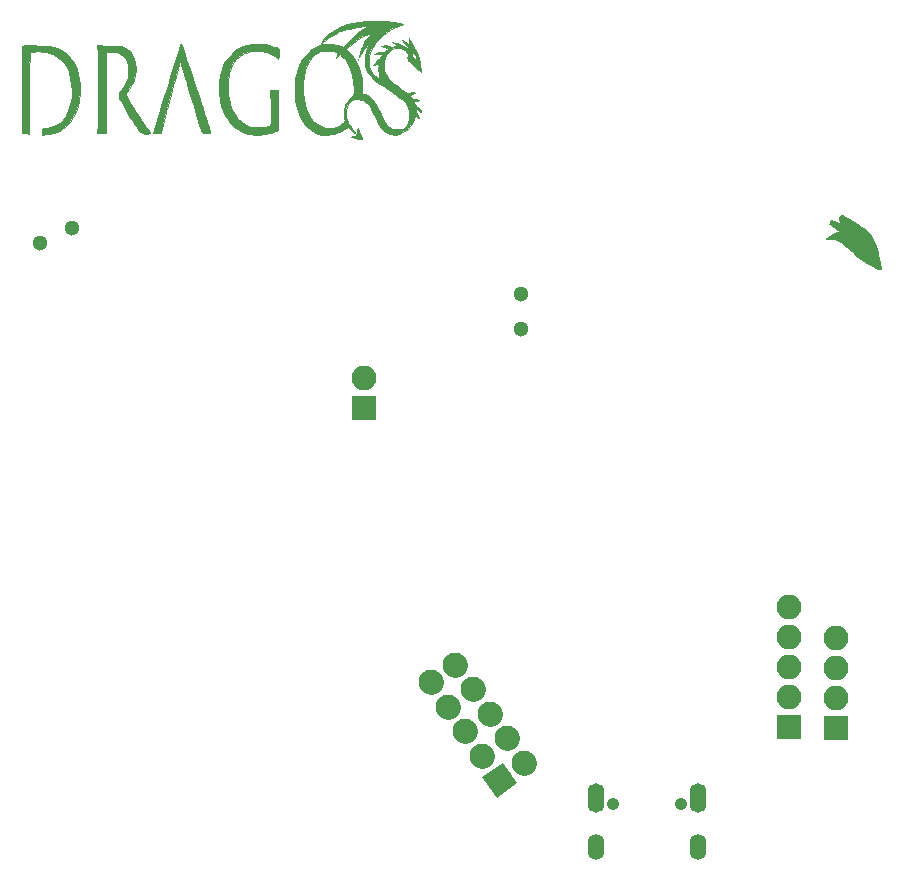
<source format=gbr>
G04 #@! TF.GenerationSoftware,KiCad,Pcbnew,5.1.2*
G04 #@! TF.CreationDate,2019-08-23T11:00:22-05:00*
G04 #@! TF.ProjectId,dragos,64726167-6f73-42e6-9b69-6361645f7063,rev?*
G04 #@! TF.SameCoordinates,Original*
G04 #@! TF.FileFunction,Soldermask,Top*
G04 #@! TF.FilePolarity,Negative*
%FSLAX46Y46*%
G04 Gerber Fmt 4.6, Leading zero omitted, Abs format (unit mm)*
G04 Created by KiCad (PCBNEW 5.1.2) date 2019-08-23 11:00:22*
%MOMM*%
%LPD*%
G04 APERTURE LIST*
%ADD10C,0.010000*%
%ADD11R,2.100000X2.100000*%
%ADD12O,2.100000X2.100000*%
%ADD13C,2.100000*%
%ADD14C,0.100000*%
%ADD15C,2.100000*%
%ADD16O,1.400000X2.500000*%
%ADD17O,1.400000X2.200000*%
%ADD18C,1.050000*%
%ADD19C,1.300000*%
G04 APERTURE END LIST*
D10*
G36*
X178033358Y-80150063D02*
G01*
X178120003Y-80191700D01*
X178251037Y-80266816D01*
X178438156Y-80380374D01*
X178515055Y-80427652D01*
X178874670Y-80649968D01*
X179170545Y-80835416D01*
X179411724Y-80990381D01*
X179607249Y-81121248D01*
X179766165Y-81234404D01*
X179897516Y-81336232D01*
X180010346Y-81433119D01*
X180113698Y-81531449D01*
X180192023Y-81611652D01*
X180498327Y-81988569D01*
X180738557Y-82403183D01*
X180871507Y-82735833D01*
X180900631Y-82841432D01*
X180942344Y-83014090D01*
X180993033Y-83237766D01*
X181049086Y-83496418D01*
X181106891Y-83774004D01*
X181121718Y-83847083D01*
X181181455Y-84147161D01*
X181224365Y-84374039D01*
X181251679Y-84537236D01*
X181264630Y-84646271D01*
X181264451Y-84710662D01*
X181252373Y-84739929D01*
X181237916Y-84744622D01*
X181178124Y-84726525D01*
X181057885Y-84677480D01*
X180892592Y-84604181D01*
X180697635Y-84513323D01*
X180615988Y-84474140D01*
X180263526Y-84297767D01*
X179968979Y-84134642D01*
X179710531Y-83969538D01*
X179466363Y-83787225D01*
X179214658Y-83572475D01*
X178933598Y-83310058D01*
X178895137Y-83272973D01*
X178522622Y-82928010D01*
X178186937Y-82650069D01*
X177880979Y-82433795D01*
X177597648Y-82273833D01*
X177525497Y-82240221D01*
X177392076Y-82190569D01*
X177253587Y-82164288D01*
X177078290Y-82156686D01*
X176971250Y-82158308D01*
X176811328Y-82160262D01*
X176689916Y-82157414D01*
X176626722Y-82150392D01*
X176622000Y-82147180D01*
X176653885Y-82115003D01*
X176739395Y-82045633D01*
X176863313Y-81951162D01*
X176937701Y-81896263D01*
X177192837Y-81730152D01*
X177428281Y-81622489D01*
X177529181Y-81591060D01*
X177664134Y-81549478D01*
X177755951Y-81511358D01*
X177785350Y-81484754D01*
X177785047Y-81484189D01*
X177743009Y-81450507D01*
X177643592Y-81383013D01*
X177501894Y-81291666D01*
X177341734Y-81191779D01*
X177176169Y-81088057D01*
X177040943Y-80999573D01*
X176950270Y-80935893D01*
X176918334Y-80906875D01*
X176938612Y-80858258D01*
X176988972Y-80768313D01*
X177005470Y-80741171D01*
X177092606Y-80600182D01*
X177312386Y-80687855D01*
X177495458Y-80759447D01*
X177655520Y-80819413D01*
X177776425Y-80861945D01*
X177842025Y-80881238D01*
X177849209Y-80880872D01*
X177837779Y-80839119D01*
X177809009Y-80741675D01*
X177785709Y-80664355D01*
X177734937Y-80464346D01*
X177725974Y-80333729D01*
X177758941Y-80268205D01*
X177797150Y-80258334D01*
X177877398Y-80225341D01*
X177922788Y-80176422D01*
X177946447Y-80147386D01*
X177979404Y-80136946D01*
X178033358Y-80150063D01*
X178033358Y-80150063D01*
G37*
X178033358Y-80150063D02*
X178120003Y-80191700D01*
X178251037Y-80266816D01*
X178438156Y-80380374D01*
X178515055Y-80427652D01*
X178874670Y-80649968D01*
X179170545Y-80835416D01*
X179411724Y-80990381D01*
X179607249Y-81121248D01*
X179766165Y-81234404D01*
X179897516Y-81336232D01*
X180010346Y-81433119D01*
X180113698Y-81531449D01*
X180192023Y-81611652D01*
X180498327Y-81988569D01*
X180738557Y-82403183D01*
X180871507Y-82735833D01*
X180900631Y-82841432D01*
X180942344Y-83014090D01*
X180993033Y-83237766D01*
X181049086Y-83496418D01*
X181106891Y-83774004D01*
X181121718Y-83847083D01*
X181181455Y-84147161D01*
X181224365Y-84374039D01*
X181251679Y-84537236D01*
X181264630Y-84646271D01*
X181264451Y-84710662D01*
X181252373Y-84739929D01*
X181237916Y-84744622D01*
X181178124Y-84726525D01*
X181057885Y-84677480D01*
X180892592Y-84604181D01*
X180697635Y-84513323D01*
X180615988Y-84474140D01*
X180263526Y-84297767D01*
X179968979Y-84134642D01*
X179710531Y-83969538D01*
X179466363Y-83787225D01*
X179214658Y-83572475D01*
X178933598Y-83310058D01*
X178895137Y-83272973D01*
X178522622Y-82928010D01*
X178186937Y-82650069D01*
X177880979Y-82433795D01*
X177597648Y-82273833D01*
X177525497Y-82240221D01*
X177392076Y-82190569D01*
X177253587Y-82164288D01*
X177078290Y-82156686D01*
X176971250Y-82158308D01*
X176811328Y-82160262D01*
X176689916Y-82157414D01*
X176626722Y-82150392D01*
X176622000Y-82147180D01*
X176653885Y-82115003D01*
X176739395Y-82045633D01*
X176863313Y-81951162D01*
X176937701Y-81896263D01*
X177192837Y-81730152D01*
X177428281Y-81622489D01*
X177529181Y-81591060D01*
X177664134Y-81549478D01*
X177755951Y-81511358D01*
X177785350Y-81484754D01*
X177785047Y-81484189D01*
X177743009Y-81450507D01*
X177643592Y-81383013D01*
X177501894Y-81291666D01*
X177341734Y-81191779D01*
X177176169Y-81088057D01*
X177040943Y-80999573D01*
X176950270Y-80935893D01*
X176918334Y-80906875D01*
X176938612Y-80858258D01*
X176988972Y-80768313D01*
X177005470Y-80741171D01*
X177092606Y-80600182D01*
X177312386Y-80687855D01*
X177495458Y-80759447D01*
X177655520Y-80819413D01*
X177776425Y-80861945D01*
X177842025Y-80881238D01*
X177849209Y-80880872D01*
X177837779Y-80839119D01*
X177809009Y-80741675D01*
X177785709Y-80664355D01*
X177734937Y-80464346D01*
X177725974Y-80333729D01*
X177758941Y-80268205D01*
X177797150Y-80258334D01*
X177877398Y-80225341D01*
X177922788Y-80176422D01*
X177946447Y-80147386D01*
X177979404Y-80136946D01*
X178033358Y-80150063D01*
G36*
X139070288Y-63680236D02*
G01*
X139135834Y-63684097D01*
X139323487Y-63703562D01*
X139564372Y-63735919D01*
X139835276Y-63777294D01*
X140112991Y-63823813D01*
X140374307Y-63871603D01*
X140596014Y-63916790D01*
X140744500Y-63952581D01*
X140803513Y-63971919D01*
X140812834Y-63989452D01*
X140762838Y-64011256D01*
X140643904Y-64043408D01*
X140572686Y-64061063D01*
X140213433Y-64184263D01*
X139839136Y-64375867D01*
X139463725Y-64624726D01*
X139101129Y-64919692D01*
X138765279Y-65249613D01*
X138470103Y-65603341D01*
X138265552Y-65907741D01*
X138108010Y-66195742D01*
X138002709Y-66454099D01*
X137941074Y-66712067D01*
X137914524Y-66998904D01*
X137911912Y-67113834D01*
X137912795Y-67321001D01*
X137922645Y-67470223D01*
X137945759Y-67588093D01*
X137986437Y-67701203D01*
X138018281Y-67771932D01*
X138104526Y-67932044D01*
X138205739Y-68086958D01*
X138263807Y-68160923D01*
X138355817Y-68251984D01*
X138476909Y-68354268D01*
X138605949Y-68452046D01*
X138721799Y-68529593D01*
X138803324Y-68571180D01*
X138819390Y-68574334D01*
X138825434Y-68537611D01*
X138810639Y-68442928D01*
X138788919Y-68352084D01*
X138755380Y-68155647D01*
X138740802Y-67899997D01*
X138742203Y-67717042D01*
X138744208Y-67515759D01*
X138736630Y-67376979D01*
X138720139Y-67309991D01*
X138712500Y-67305222D01*
X138651105Y-67322167D01*
X138544864Y-67363875D01*
X138490250Y-67387860D01*
X138385362Y-67428148D01*
X138320521Y-67438951D01*
X138310334Y-67430737D01*
X138340453Y-67366908D01*
X138419077Y-67268728D01*
X138528602Y-67154745D01*
X138651427Y-67043507D01*
X138750817Y-66966584D01*
X138880797Y-66851856D01*
X138996303Y-66711337D01*
X139024263Y-66666511D01*
X139124359Y-66487552D01*
X138960763Y-66508485D01*
X138815494Y-66515759D01*
X138645106Y-66509147D01*
X138585500Y-66503118D01*
X138373834Y-66476820D01*
X138582458Y-66403743D01*
X138757614Y-66358980D01*
X138950330Y-66333166D01*
X139015591Y-66330667D01*
X139171582Y-66320228D01*
X139295018Y-66278724D01*
X139428763Y-66193084D01*
X139533175Y-66112869D01*
X139602823Y-66051587D01*
X139620047Y-66029161D01*
X139584277Y-66007236D01*
X139491143Y-65983039D01*
X139442750Y-65974401D01*
X139250150Y-65938006D01*
X139102175Y-65898269D01*
X139010644Y-65859382D01*
X138987375Y-65825540D01*
X138996742Y-65816162D01*
X139087164Y-65790684D01*
X139231924Y-65781771D01*
X139402543Y-65788372D01*
X139570546Y-65809433D01*
X139702842Y-65842249D01*
X139833772Y-65877360D01*
X139962552Y-65880508D01*
X140114408Y-65856752D01*
X140350487Y-65809341D01*
X140102993Y-65666755D01*
X139855500Y-65524170D01*
X140088334Y-65550122D01*
X140205786Y-65568385D01*
X140323625Y-65600353D01*
X140459441Y-65652965D01*
X140630827Y-65733162D01*
X140855373Y-65847882D01*
X140892667Y-65867414D01*
X141026836Y-65927813D01*
X141156528Y-65971435D01*
X141167834Y-65974174D01*
X141294834Y-66003164D01*
X141164634Y-65859999D01*
X141043761Y-65721188D01*
X140932760Y-65583380D01*
X140843270Y-65462299D01*
X140786933Y-65373671D01*
X140774970Y-65333586D01*
X140819997Y-65342552D01*
X140905813Y-65395231D01*
X141012636Y-65476180D01*
X141120683Y-65569956D01*
X141210171Y-65661114D01*
X141236989Y-65694262D01*
X141304903Y-65777413D01*
X141352946Y-65820845D01*
X141358804Y-65822667D01*
X141365556Y-65784344D01*
X141359118Y-65682860D01*
X141340951Y-65538444D01*
X141335878Y-65505167D01*
X141313401Y-65354280D01*
X141298986Y-65242249D01*
X141295185Y-65189362D01*
X141295939Y-65187667D01*
X141319646Y-65222180D01*
X141379562Y-65318115D01*
X141468717Y-65464066D01*
X141580142Y-65648624D01*
X141702360Y-65852825D01*
X142098912Y-66517982D01*
X142230242Y-67290956D01*
X142361571Y-68063931D01*
X141858890Y-67593704D01*
X141687993Y-67432915D01*
X141539114Y-67291089D01*
X141423209Y-67178804D01*
X141351237Y-67106639D01*
X141333179Y-67086214D01*
X141287333Y-67064787D01*
X141278402Y-67068574D01*
X141261537Y-67047120D01*
X141264276Y-66968271D01*
X141264965Y-66963431D01*
X141267177Y-66872873D01*
X141230180Y-66840319D01*
X141208410Y-66838667D01*
X141158296Y-66832720D01*
X141169558Y-66800459D01*
X141203606Y-66761250D01*
X141268643Y-66648813D01*
X141261438Y-66536807D01*
X141543466Y-66536807D01*
X141566171Y-66561134D01*
X141595302Y-66611460D01*
X141589690Y-66629389D01*
X141603972Y-66674836D01*
X141661159Y-66753684D01*
X141742081Y-66845526D01*
X141827567Y-66929950D01*
X141898447Y-66986549D01*
X141934405Y-66996373D01*
X141941867Y-66944251D01*
X141931822Y-66844336D01*
X141928097Y-66823132D01*
X141877181Y-66686007D01*
X141794006Y-66566228D01*
X141792595Y-66564807D01*
X141708913Y-66487185D01*
X141653324Y-66462876D01*
X141596903Y-66482602D01*
X141576064Y-66495357D01*
X141543466Y-66536807D01*
X141261438Y-66536807D01*
X141260903Y-66528501D01*
X141178089Y-66392127D01*
X141067592Y-66276494D01*
X140829482Y-66104543D01*
X140574387Y-66009521D01*
X140313012Y-65988343D01*
X140056065Y-66037928D01*
X139814252Y-66155193D01*
X139598280Y-66337056D01*
X139418855Y-66580434D01*
X139323537Y-66778604D01*
X139276350Y-66913846D01*
X139246329Y-67048057D01*
X139229825Y-67207124D01*
X139223189Y-67416934D01*
X139222572Y-67494834D01*
X139223574Y-67708616D01*
X139231469Y-67862330D01*
X139250231Y-67980524D01*
X139283830Y-68087746D01*
X139336238Y-68208543D01*
X139339013Y-68214500D01*
X139437468Y-68393879D01*
X139566013Y-68566648D01*
X139734947Y-68743128D01*
X139954567Y-68933641D01*
X140235172Y-69148505D01*
X140363500Y-69241230D01*
X140559815Y-69382839D01*
X140745761Y-69519759D01*
X140903419Y-69638606D01*
X141014869Y-69725996D01*
X141035792Y-69743377D01*
X141136191Y-69824305D01*
X141202677Y-69856384D01*
X141264131Y-69847557D01*
X141319440Y-69821388D01*
X141416953Y-69788357D01*
X141542286Y-69767498D01*
X141669142Y-69760060D01*
X141771225Y-69767294D01*
X141822237Y-69790450D01*
X141824000Y-69797404D01*
X141787643Y-69835752D01*
X141697226Y-69883623D01*
X141580730Y-69929621D01*
X141466136Y-69962348D01*
X141396976Y-69971334D01*
X141353422Y-69978048D01*
X141351975Y-70008109D01*
X141397794Y-70076393D01*
X141460522Y-70154621D01*
X141556270Y-70261933D01*
X141629949Y-70313147D01*
X141705978Y-70322924D01*
X141735331Y-70319618D01*
X141842734Y-70319637D01*
X141966715Y-70340802D01*
X142078834Y-70375304D01*
X142150651Y-70415338D01*
X142162667Y-70436920D01*
X142125415Y-70473764D01*
X142033505Y-70499353D01*
X141916706Y-70508792D01*
X141804789Y-70497187D01*
X141801306Y-70496334D01*
X141720425Y-70482664D01*
X141701365Y-70506557D01*
X141711387Y-70540430D01*
X141745710Y-70644409D01*
X141762664Y-70705716D01*
X141812184Y-70782812D01*
X141908543Y-70865707D01*
X141947889Y-70890615D01*
X142033762Y-70956219D01*
X142132484Y-71054822D01*
X142228935Y-71167582D01*
X142307993Y-71275656D01*
X142354540Y-71360202D01*
X142356712Y-71400066D01*
X142305339Y-71397029D01*
X142212282Y-71348544D01*
X142097775Y-71266909D01*
X142003917Y-71185616D01*
X141866334Y-71055391D01*
X141866334Y-71184678D01*
X141885775Y-71285799D01*
X141936923Y-71430126D01*
X142009016Y-71587616D01*
X142014500Y-71598225D01*
X142106190Y-71785892D01*
X142153044Y-71909708D01*
X142155096Y-71967725D01*
X142112382Y-71957993D01*
X142024938Y-71878562D01*
X142009684Y-71862366D01*
X141923267Y-71774076D01*
X141863130Y-71721411D01*
X141846679Y-71714199D01*
X141829283Y-71759199D01*
X141797015Y-71861163D01*
X141767002Y-71962981D01*
X141642939Y-72265355D01*
X141453046Y-72563809D01*
X141214600Y-72838254D01*
X140944879Y-73068602D01*
X140681000Y-73225695D01*
X140531999Y-73286276D01*
X140388165Y-73319741D01*
X140213430Y-73332931D01*
X140109500Y-73334069D01*
X139777889Y-73302939D01*
X139482938Y-73207609D01*
X139219320Y-73043995D01*
X138981706Y-72808008D01*
X138764768Y-72495562D01*
X138595389Y-72172667D01*
X138490239Y-71948411D01*
X138377425Y-71707640D01*
X138273768Y-71486256D01*
X138223362Y-71378519D01*
X138069925Y-71074036D01*
X137925439Y-70840335D01*
X137781199Y-70665393D01*
X137628505Y-70537184D01*
X137601678Y-70519550D01*
X137325791Y-70385442D01*
X137048999Y-70325392D01*
X136782474Y-70335870D01*
X136537391Y-70413347D01*
X136324922Y-70554293D01*
X136156241Y-70755179D01*
X136042668Y-71011978D01*
X135998137Y-71229753D01*
X135986272Y-71479767D01*
X135990588Y-71607240D01*
X136003425Y-71781497D01*
X136026417Y-71920997D01*
X136068005Y-72055207D01*
X136136633Y-72213593D01*
X136203947Y-72351941D01*
X136297072Y-72520622D01*
X136412056Y-72701126D01*
X136537678Y-72878912D01*
X136662720Y-73039438D01*
X136775963Y-73168166D01*
X136866188Y-73250553D01*
X136914865Y-73273334D01*
X136936181Y-73234865D01*
X136954471Y-73134893D01*
X136964230Y-73019711D01*
X136976834Y-72766088D01*
X137195801Y-73252544D01*
X137286625Y-73458770D01*
X137343006Y-73599580D01*
X137368148Y-73685395D01*
X137365253Y-73726636D01*
X137343967Y-73734486D01*
X137274488Y-73724278D01*
X137143214Y-73700314D01*
X136971145Y-73666548D01*
X136837866Y-73639236D01*
X136402566Y-73548500D01*
X136626200Y-73462346D01*
X136744488Y-73411755D01*
X136819378Y-73369914D01*
X136834525Y-73350573D01*
X136800298Y-73311696D01*
X136719281Y-73225984D01*
X136604229Y-73106793D01*
X136490666Y-72990619D01*
X136162115Y-72656283D01*
X136019141Y-72776557D01*
X135857910Y-72889405D01*
X135642805Y-73008801D01*
X135402172Y-73121090D01*
X135164359Y-73212617D01*
X135029500Y-73253276D01*
X134871255Y-73285312D01*
X134663503Y-73315104D01*
X134441367Y-73337949D01*
X134347841Y-73344603D01*
X134129185Y-73354194D01*
X133963763Y-73350723D01*
X133820772Y-73331435D01*
X133669410Y-73293578D01*
X133623093Y-73279810D01*
X133255390Y-73124639D01*
X132914692Y-72893707D01*
X132604854Y-72592693D01*
X132329733Y-72227276D01*
X132093186Y-71803135D01*
X131899068Y-71325952D01*
X131751237Y-70801403D01*
X131678393Y-70415834D01*
X131648976Y-70140358D01*
X131634131Y-69812006D01*
X131633243Y-69455859D01*
X131636030Y-69375532D01*
X132321581Y-69375532D01*
X132341597Y-69783835D01*
X132412963Y-70353484D01*
X132522517Y-70855280D01*
X132672968Y-71298244D01*
X132867024Y-71691400D01*
X132958565Y-71838398D01*
X133224078Y-72177157D01*
X133520925Y-72444485D01*
X133843001Y-72638099D01*
X134184201Y-72755718D01*
X134538420Y-72795058D01*
X134899553Y-72753839D01*
X135175293Y-72667063D01*
X135361656Y-72578438D01*
X135547063Y-72467762D01*
X135708481Y-72350729D01*
X135822878Y-72243033D01*
X135849200Y-72207868D01*
X135871935Y-72116984D01*
X135863677Y-71959731D01*
X135851688Y-71876114D01*
X135831651Y-71558784D01*
X135862477Y-71217269D01*
X135938944Y-70887866D01*
X136025965Y-70664644D01*
X136119524Y-70505212D01*
X136241806Y-70342771D01*
X136374442Y-70197858D01*
X136499065Y-70091012D01*
X136577773Y-70047681D01*
X136602930Y-70023413D01*
X136619962Y-69962431D01*
X136630041Y-69852521D01*
X136634337Y-69681469D01*
X136634191Y-69459577D01*
X136599119Y-68862333D01*
X136503727Y-68308441D01*
X136349784Y-67802988D01*
X136139059Y-67351061D01*
X135873322Y-66957747D01*
X135695069Y-66758873D01*
X135468100Y-66530912D01*
X135294734Y-66695373D01*
X135121367Y-66859834D01*
X135351979Y-66455262D01*
X135106073Y-66340048D01*
X134986381Y-66287926D01*
X134878615Y-66254298D01*
X134758357Y-66235209D01*
X134601187Y-66226707D01*
X134394500Y-66224834D01*
X134179511Y-66226910D01*
X134024686Y-66235790D01*
X133905573Y-66255444D01*
X133797715Y-66289848D01*
X133681587Y-66340661D01*
X133384195Y-66525294D01*
X133116798Y-66782015D01*
X132882596Y-67102599D01*
X132684792Y-67478819D01*
X132526587Y-67902449D01*
X132411182Y-68365262D01*
X132341780Y-68859032D01*
X132321581Y-69375532D01*
X131636030Y-69375532D01*
X131645694Y-69097000D01*
X131670868Y-68760510D01*
X131708146Y-68471471D01*
X131728903Y-68362667D01*
X131807672Y-68061911D01*
X131913620Y-67743054D01*
X132035555Y-67435665D01*
X132162287Y-67169308D01*
X132217853Y-67070789D01*
X132428165Y-66761978D01*
X132669022Y-66475631D01*
X132927044Y-66224019D01*
X132956612Y-66200911D01*
X135823046Y-66200911D01*
X135828837Y-66203667D01*
X135867469Y-66173865D01*
X135876167Y-66161334D01*
X135886954Y-66121756D01*
X135881164Y-66119000D01*
X135842531Y-66148802D01*
X135833834Y-66161334D01*
X135823046Y-66200911D01*
X132956612Y-66200911D01*
X133113426Y-66078358D01*
X135961066Y-66078358D01*
X136158921Y-66247480D01*
X136413548Y-66506293D01*
X136655855Y-66830448D01*
X136874569Y-67200627D01*
X137058420Y-67597512D01*
X137196137Y-68001783D01*
X137207800Y-68045167D01*
X137263864Y-68311319D01*
X137309172Y-68626228D01*
X137340876Y-68958693D01*
X137356125Y-69277513D01*
X137352073Y-69551488D01*
X137349124Y-69593025D01*
X137326342Y-69870883D01*
X137558928Y-69922934D01*
X137774782Y-69988690D01*
X137966468Y-70088485D01*
X138141848Y-70230898D01*
X138308785Y-70424509D01*
X138475145Y-70677900D01*
X138648789Y-70999649D01*
X138763661Y-71237452D01*
X138916638Y-71563432D01*
X139040056Y-71822443D01*
X139139488Y-72024548D01*
X139220509Y-72179812D01*
X139288692Y-72298298D01*
X139349611Y-72390069D01*
X139408840Y-72465191D01*
X139471952Y-72533726D01*
X139493893Y-72555925D01*
X139640748Y-72681528D01*
X139796871Y-72781951D01*
X139878935Y-72819192D01*
X140057490Y-72860653D01*
X140277823Y-72881357D01*
X140506020Y-72880811D01*
X140708170Y-72858522D01*
X140808000Y-72832696D01*
X140988393Y-72724575D01*
X141138011Y-72547184D01*
X141251920Y-72311878D01*
X141325189Y-72030014D01*
X141352883Y-71712947D01*
X141350362Y-71584161D01*
X141318296Y-71301686D01*
X141246541Y-71047537D01*
X141127966Y-70811644D01*
X140955438Y-70583936D01*
X140721824Y-70354344D01*
X140419992Y-70112797D01*
X140194167Y-69951719D01*
X140000814Y-69817060D01*
X139806717Y-69679562D01*
X139637277Y-69557336D01*
X139538000Y-69483822D01*
X139386661Y-69377741D01*
X139196395Y-69255997D01*
X139003559Y-69141672D01*
X138966500Y-69120966D01*
X138662757Y-68921848D01*
X138367360Y-68670210D01*
X138097065Y-68384357D01*
X137868626Y-68082590D01*
X137698799Y-67783213D01*
X137661183Y-67695060D01*
X137616035Y-67507724D01*
X137596873Y-67260065D01*
X137601846Y-66971718D01*
X137629104Y-66662320D01*
X137676795Y-66351507D01*
X137743070Y-66058915D01*
X137826078Y-65804181D01*
X137843327Y-65762292D01*
X137884916Y-65652201D01*
X137900649Y-65582059D01*
X137894955Y-65568667D01*
X137858660Y-65602475D01*
X137787754Y-65694483D01*
X137691644Y-65830570D01*
X137579738Y-65996612D01*
X137461446Y-66178488D01*
X137346174Y-66362073D01*
X137243333Y-66533246D01*
X137189909Y-66627000D01*
X137117045Y-66751366D01*
X137075707Y-66803380D01*
X137065827Y-66781635D01*
X137087339Y-66684721D01*
X137140173Y-66511227D01*
X137178701Y-66394167D01*
X137285189Y-66109024D01*
X137414124Y-65816386D01*
X137557246Y-65530873D01*
X137706294Y-65267103D01*
X137853008Y-65039696D01*
X137989127Y-64863271D01*
X138106313Y-64752501D01*
X138174781Y-64697191D01*
X138175061Y-64676195D01*
X138115196Y-64686987D01*
X138003232Y-64727042D01*
X137847212Y-64793835D01*
X137655180Y-64884841D01*
X137604703Y-64909967D01*
X137396004Y-65024872D01*
X137149344Y-65176516D01*
X136884340Y-65351300D01*
X136620610Y-65535625D01*
X136377771Y-65715891D01*
X136175438Y-65878500D01*
X136066783Y-65976110D01*
X135961066Y-66078358D01*
X133113426Y-66078358D01*
X133188851Y-66019413D01*
X133441065Y-65874084D01*
X133580616Y-65820917D01*
X133679351Y-65783924D01*
X133759265Y-65728554D01*
X133761052Y-65726510D01*
X133846698Y-65726510D01*
X133886500Y-65718131D01*
X133963863Y-65702062D01*
X134102843Y-65685706D01*
X134280432Y-65671471D01*
X134394500Y-65665017D01*
X134819208Y-65670905D01*
X135202295Y-65734401D01*
X135556086Y-65854464D01*
X135744004Y-65934434D01*
X136093548Y-65550467D01*
X136258303Y-65374331D01*
X136431659Y-65197005D01*
X136590410Y-65041840D01*
X136688796Y-64951543D01*
X136943827Y-64738554D01*
X137197558Y-64545079D01*
X137431720Y-64384282D01*
X137628045Y-64269325D01*
X137652551Y-64257116D01*
X137770292Y-64193663D01*
X137850303Y-64138673D01*
X137882373Y-64101750D01*
X137856293Y-64092499D01*
X137818218Y-64101263D01*
X137751418Y-64115188D01*
X137616463Y-64139041D01*
X137428935Y-64170217D01*
X137204413Y-64206111D01*
X137019167Y-64234861D01*
X136623718Y-64297045D01*
X136298504Y-64353073D01*
X136029735Y-64407174D01*
X135803618Y-64463577D01*
X135606362Y-64526512D01*
X135424176Y-64600208D01*
X135243268Y-64688897D01*
X135049846Y-64796807D01*
X134903448Y-64883738D01*
X134563345Y-65100492D01*
X134270122Y-65311177D01*
X134036156Y-65506531D01*
X133928834Y-65613111D01*
X133858586Y-65694690D01*
X133846698Y-65726510D01*
X133761052Y-65726510D01*
X133839526Y-65636764D01*
X133939303Y-65490514D01*
X133951058Y-65472252D01*
X134246655Y-65088204D01*
X134611668Y-64744507D01*
X135039108Y-64445038D01*
X135521983Y-64193674D01*
X136053303Y-63994291D01*
X136626079Y-63850766D01*
X136976834Y-63794344D01*
X137257253Y-63762821D01*
X137575814Y-63734741D01*
X137913361Y-63711083D01*
X138250738Y-63692825D01*
X138568788Y-63680946D01*
X138848357Y-63676424D01*
X139070288Y-63680236D01*
X139070288Y-63680236D01*
G37*
X139070288Y-63680236D02*
X139135834Y-63684097D01*
X139323487Y-63703562D01*
X139564372Y-63735919D01*
X139835276Y-63777294D01*
X140112991Y-63823813D01*
X140374307Y-63871603D01*
X140596014Y-63916790D01*
X140744500Y-63952581D01*
X140803513Y-63971919D01*
X140812834Y-63989452D01*
X140762838Y-64011256D01*
X140643904Y-64043408D01*
X140572686Y-64061063D01*
X140213433Y-64184263D01*
X139839136Y-64375867D01*
X139463725Y-64624726D01*
X139101129Y-64919692D01*
X138765279Y-65249613D01*
X138470103Y-65603341D01*
X138265552Y-65907741D01*
X138108010Y-66195742D01*
X138002709Y-66454099D01*
X137941074Y-66712067D01*
X137914524Y-66998904D01*
X137911912Y-67113834D01*
X137912795Y-67321001D01*
X137922645Y-67470223D01*
X137945759Y-67588093D01*
X137986437Y-67701203D01*
X138018281Y-67771932D01*
X138104526Y-67932044D01*
X138205739Y-68086958D01*
X138263807Y-68160923D01*
X138355817Y-68251984D01*
X138476909Y-68354268D01*
X138605949Y-68452046D01*
X138721799Y-68529593D01*
X138803324Y-68571180D01*
X138819390Y-68574334D01*
X138825434Y-68537611D01*
X138810639Y-68442928D01*
X138788919Y-68352084D01*
X138755380Y-68155647D01*
X138740802Y-67899997D01*
X138742203Y-67717042D01*
X138744208Y-67515759D01*
X138736630Y-67376979D01*
X138720139Y-67309991D01*
X138712500Y-67305222D01*
X138651105Y-67322167D01*
X138544864Y-67363875D01*
X138490250Y-67387860D01*
X138385362Y-67428148D01*
X138320521Y-67438951D01*
X138310334Y-67430737D01*
X138340453Y-67366908D01*
X138419077Y-67268728D01*
X138528602Y-67154745D01*
X138651427Y-67043507D01*
X138750817Y-66966584D01*
X138880797Y-66851856D01*
X138996303Y-66711337D01*
X139024263Y-66666511D01*
X139124359Y-66487552D01*
X138960763Y-66508485D01*
X138815494Y-66515759D01*
X138645106Y-66509147D01*
X138585500Y-66503118D01*
X138373834Y-66476820D01*
X138582458Y-66403743D01*
X138757614Y-66358980D01*
X138950330Y-66333166D01*
X139015591Y-66330667D01*
X139171582Y-66320228D01*
X139295018Y-66278724D01*
X139428763Y-66193084D01*
X139533175Y-66112869D01*
X139602823Y-66051587D01*
X139620047Y-66029161D01*
X139584277Y-66007236D01*
X139491143Y-65983039D01*
X139442750Y-65974401D01*
X139250150Y-65938006D01*
X139102175Y-65898269D01*
X139010644Y-65859382D01*
X138987375Y-65825540D01*
X138996742Y-65816162D01*
X139087164Y-65790684D01*
X139231924Y-65781771D01*
X139402543Y-65788372D01*
X139570546Y-65809433D01*
X139702842Y-65842249D01*
X139833772Y-65877360D01*
X139962552Y-65880508D01*
X140114408Y-65856752D01*
X140350487Y-65809341D01*
X140102993Y-65666755D01*
X139855500Y-65524170D01*
X140088334Y-65550122D01*
X140205786Y-65568385D01*
X140323625Y-65600353D01*
X140459441Y-65652965D01*
X140630827Y-65733162D01*
X140855373Y-65847882D01*
X140892667Y-65867414D01*
X141026836Y-65927813D01*
X141156528Y-65971435D01*
X141167834Y-65974174D01*
X141294834Y-66003164D01*
X141164634Y-65859999D01*
X141043761Y-65721188D01*
X140932760Y-65583380D01*
X140843270Y-65462299D01*
X140786933Y-65373671D01*
X140774970Y-65333586D01*
X140819997Y-65342552D01*
X140905813Y-65395231D01*
X141012636Y-65476180D01*
X141120683Y-65569956D01*
X141210171Y-65661114D01*
X141236989Y-65694262D01*
X141304903Y-65777413D01*
X141352946Y-65820845D01*
X141358804Y-65822667D01*
X141365556Y-65784344D01*
X141359118Y-65682860D01*
X141340951Y-65538444D01*
X141335878Y-65505167D01*
X141313401Y-65354280D01*
X141298986Y-65242249D01*
X141295185Y-65189362D01*
X141295939Y-65187667D01*
X141319646Y-65222180D01*
X141379562Y-65318115D01*
X141468717Y-65464066D01*
X141580142Y-65648624D01*
X141702360Y-65852825D01*
X142098912Y-66517982D01*
X142230242Y-67290956D01*
X142361571Y-68063931D01*
X141858890Y-67593704D01*
X141687993Y-67432915D01*
X141539114Y-67291089D01*
X141423209Y-67178804D01*
X141351237Y-67106639D01*
X141333179Y-67086214D01*
X141287333Y-67064787D01*
X141278402Y-67068574D01*
X141261537Y-67047120D01*
X141264276Y-66968271D01*
X141264965Y-66963431D01*
X141267177Y-66872873D01*
X141230180Y-66840319D01*
X141208410Y-66838667D01*
X141158296Y-66832720D01*
X141169558Y-66800459D01*
X141203606Y-66761250D01*
X141268643Y-66648813D01*
X141261438Y-66536807D01*
X141543466Y-66536807D01*
X141566171Y-66561134D01*
X141595302Y-66611460D01*
X141589690Y-66629389D01*
X141603972Y-66674836D01*
X141661159Y-66753684D01*
X141742081Y-66845526D01*
X141827567Y-66929950D01*
X141898447Y-66986549D01*
X141934405Y-66996373D01*
X141941867Y-66944251D01*
X141931822Y-66844336D01*
X141928097Y-66823132D01*
X141877181Y-66686007D01*
X141794006Y-66566228D01*
X141792595Y-66564807D01*
X141708913Y-66487185D01*
X141653324Y-66462876D01*
X141596903Y-66482602D01*
X141576064Y-66495357D01*
X141543466Y-66536807D01*
X141261438Y-66536807D01*
X141260903Y-66528501D01*
X141178089Y-66392127D01*
X141067592Y-66276494D01*
X140829482Y-66104543D01*
X140574387Y-66009521D01*
X140313012Y-65988343D01*
X140056065Y-66037928D01*
X139814252Y-66155193D01*
X139598280Y-66337056D01*
X139418855Y-66580434D01*
X139323537Y-66778604D01*
X139276350Y-66913846D01*
X139246329Y-67048057D01*
X139229825Y-67207124D01*
X139223189Y-67416934D01*
X139222572Y-67494834D01*
X139223574Y-67708616D01*
X139231469Y-67862330D01*
X139250231Y-67980524D01*
X139283830Y-68087746D01*
X139336238Y-68208543D01*
X139339013Y-68214500D01*
X139437468Y-68393879D01*
X139566013Y-68566648D01*
X139734947Y-68743128D01*
X139954567Y-68933641D01*
X140235172Y-69148505D01*
X140363500Y-69241230D01*
X140559815Y-69382839D01*
X140745761Y-69519759D01*
X140903419Y-69638606D01*
X141014869Y-69725996D01*
X141035792Y-69743377D01*
X141136191Y-69824305D01*
X141202677Y-69856384D01*
X141264131Y-69847557D01*
X141319440Y-69821388D01*
X141416953Y-69788357D01*
X141542286Y-69767498D01*
X141669142Y-69760060D01*
X141771225Y-69767294D01*
X141822237Y-69790450D01*
X141824000Y-69797404D01*
X141787643Y-69835752D01*
X141697226Y-69883623D01*
X141580730Y-69929621D01*
X141466136Y-69962348D01*
X141396976Y-69971334D01*
X141353422Y-69978048D01*
X141351975Y-70008109D01*
X141397794Y-70076393D01*
X141460522Y-70154621D01*
X141556270Y-70261933D01*
X141629949Y-70313147D01*
X141705978Y-70322924D01*
X141735331Y-70319618D01*
X141842734Y-70319637D01*
X141966715Y-70340802D01*
X142078834Y-70375304D01*
X142150651Y-70415338D01*
X142162667Y-70436920D01*
X142125415Y-70473764D01*
X142033505Y-70499353D01*
X141916706Y-70508792D01*
X141804789Y-70497187D01*
X141801306Y-70496334D01*
X141720425Y-70482664D01*
X141701365Y-70506557D01*
X141711387Y-70540430D01*
X141745710Y-70644409D01*
X141762664Y-70705716D01*
X141812184Y-70782812D01*
X141908543Y-70865707D01*
X141947889Y-70890615D01*
X142033762Y-70956219D01*
X142132484Y-71054822D01*
X142228935Y-71167582D01*
X142307993Y-71275656D01*
X142354540Y-71360202D01*
X142356712Y-71400066D01*
X142305339Y-71397029D01*
X142212282Y-71348544D01*
X142097775Y-71266909D01*
X142003917Y-71185616D01*
X141866334Y-71055391D01*
X141866334Y-71184678D01*
X141885775Y-71285799D01*
X141936923Y-71430126D01*
X142009016Y-71587616D01*
X142014500Y-71598225D01*
X142106190Y-71785892D01*
X142153044Y-71909708D01*
X142155096Y-71967725D01*
X142112382Y-71957993D01*
X142024938Y-71878562D01*
X142009684Y-71862366D01*
X141923267Y-71774076D01*
X141863130Y-71721411D01*
X141846679Y-71714199D01*
X141829283Y-71759199D01*
X141797015Y-71861163D01*
X141767002Y-71962981D01*
X141642939Y-72265355D01*
X141453046Y-72563809D01*
X141214600Y-72838254D01*
X140944879Y-73068602D01*
X140681000Y-73225695D01*
X140531999Y-73286276D01*
X140388165Y-73319741D01*
X140213430Y-73332931D01*
X140109500Y-73334069D01*
X139777889Y-73302939D01*
X139482938Y-73207609D01*
X139219320Y-73043995D01*
X138981706Y-72808008D01*
X138764768Y-72495562D01*
X138595389Y-72172667D01*
X138490239Y-71948411D01*
X138377425Y-71707640D01*
X138273768Y-71486256D01*
X138223362Y-71378519D01*
X138069925Y-71074036D01*
X137925439Y-70840335D01*
X137781199Y-70665393D01*
X137628505Y-70537184D01*
X137601678Y-70519550D01*
X137325791Y-70385442D01*
X137048999Y-70325392D01*
X136782474Y-70335870D01*
X136537391Y-70413347D01*
X136324922Y-70554293D01*
X136156241Y-70755179D01*
X136042668Y-71011978D01*
X135998137Y-71229753D01*
X135986272Y-71479767D01*
X135990588Y-71607240D01*
X136003425Y-71781497D01*
X136026417Y-71920997D01*
X136068005Y-72055207D01*
X136136633Y-72213593D01*
X136203947Y-72351941D01*
X136297072Y-72520622D01*
X136412056Y-72701126D01*
X136537678Y-72878912D01*
X136662720Y-73039438D01*
X136775963Y-73168166D01*
X136866188Y-73250553D01*
X136914865Y-73273334D01*
X136936181Y-73234865D01*
X136954471Y-73134893D01*
X136964230Y-73019711D01*
X136976834Y-72766088D01*
X137195801Y-73252544D01*
X137286625Y-73458770D01*
X137343006Y-73599580D01*
X137368148Y-73685395D01*
X137365253Y-73726636D01*
X137343967Y-73734486D01*
X137274488Y-73724278D01*
X137143214Y-73700314D01*
X136971145Y-73666548D01*
X136837866Y-73639236D01*
X136402566Y-73548500D01*
X136626200Y-73462346D01*
X136744488Y-73411755D01*
X136819378Y-73369914D01*
X136834525Y-73350573D01*
X136800298Y-73311696D01*
X136719281Y-73225984D01*
X136604229Y-73106793D01*
X136490666Y-72990619D01*
X136162115Y-72656283D01*
X136019141Y-72776557D01*
X135857910Y-72889405D01*
X135642805Y-73008801D01*
X135402172Y-73121090D01*
X135164359Y-73212617D01*
X135029500Y-73253276D01*
X134871255Y-73285312D01*
X134663503Y-73315104D01*
X134441367Y-73337949D01*
X134347841Y-73344603D01*
X134129185Y-73354194D01*
X133963763Y-73350723D01*
X133820772Y-73331435D01*
X133669410Y-73293578D01*
X133623093Y-73279810D01*
X133255390Y-73124639D01*
X132914692Y-72893707D01*
X132604854Y-72592693D01*
X132329733Y-72227276D01*
X132093186Y-71803135D01*
X131899068Y-71325952D01*
X131751237Y-70801403D01*
X131678393Y-70415834D01*
X131648976Y-70140358D01*
X131634131Y-69812006D01*
X131633243Y-69455859D01*
X131636030Y-69375532D01*
X132321581Y-69375532D01*
X132341597Y-69783835D01*
X132412963Y-70353484D01*
X132522517Y-70855280D01*
X132672968Y-71298244D01*
X132867024Y-71691400D01*
X132958565Y-71838398D01*
X133224078Y-72177157D01*
X133520925Y-72444485D01*
X133843001Y-72638099D01*
X134184201Y-72755718D01*
X134538420Y-72795058D01*
X134899553Y-72753839D01*
X135175293Y-72667063D01*
X135361656Y-72578438D01*
X135547063Y-72467762D01*
X135708481Y-72350729D01*
X135822878Y-72243033D01*
X135849200Y-72207868D01*
X135871935Y-72116984D01*
X135863677Y-71959731D01*
X135851688Y-71876114D01*
X135831651Y-71558784D01*
X135862477Y-71217269D01*
X135938944Y-70887866D01*
X136025965Y-70664644D01*
X136119524Y-70505212D01*
X136241806Y-70342771D01*
X136374442Y-70197858D01*
X136499065Y-70091012D01*
X136577773Y-70047681D01*
X136602930Y-70023413D01*
X136619962Y-69962431D01*
X136630041Y-69852521D01*
X136634337Y-69681469D01*
X136634191Y-69459577D01*
X136599119Y-68862333D01*
X136503727Y-68308441D01*
X136349784Y-67802988D01*
X136139059Y-67351061D01*
X135873322Y-66957747D01*
X135695069Y-66758873D01*
X135468100Y-66530912D01*
X135294734Y-66695373D01*
X135121367Y-66859834D01*
X135351979Y-66455262D01*
X135106073Y-66340048D01*
X134986381Y-66287926D01*
X134878615Y-66254298D01*
X134758357Y-66235209D01*
X134601187Y-66226707D01*
X134394500Y-66224834D01*
X134179511Y-66226910D01*
X134024686Y-66235790D01*
X133905573Y-66255444D01*
X133797715Y-66289848D01*
X133681587Y-66340661D01*
X133384195Y-66525294D01*
X133116798Y-66782015D01*
X132882596Y-67102599D01*
X132684792Y-67478819D01*
X132526587Y-67902449D01*
X132411182Y-68365262D01*
X132341780Y-68859032D01*
X132321581Y-69375532D01*
X131636030Y-69375532D01*
X131645694Y-69097000D01*
X131670868Y-68760510D01*
X131708146Y-68471471D01*
X131728903Y-68362667D01*
X131807672Y-68061911D01*
X131913620Y-67743054D01*
X132035555Y-67435665D01*
X132162287Y-67169308D01*
X132217853Y-67070789D01*
X132428165Y-66761978D01*
X132669022Y-66475631D01*
X132927044Y-66224019D01*
X132956612Y-66200911D01*
X135823046Y-66200911D01*
X135828837Y-66203667D01*
X135867469Y-66173865D01*
X135876167Y-66161334D01*
X135886954Y-66121756D01*
X135881164Y-66119000D01*
X135842531Y-66148802D01*
X135833834Y-66161334D01*
X135823046Y-66200911D01*
X132956612Y-66200911D01*
X133113426Y-66078358D01*
X135961066Y-66078358D01*
X136158921Y-66247480D01*
X136413548Y-66506293D01*
X136655855Y-66830448D01*
X136874569Y-67200627D01*
X137058420Y-67597512D01*
X137196137Y-68001783D01*
X137207800Y-68045167D01*
X137263864Y-68311319D01*
X137309172Y-68626228D01*
X137340876Y-68958693D01*
X137356125Y-69277513D01*
X137352073Y-69551488D01*
X137349124Y-69593025D01*
X137326342Y-69870883D01*
X137558928Y-69922934D01*
X137774782Y-69988690D01*
X137966468Y-70088485D01*
X138141848Y-70230898D01*
X138308785Y-70424509D01*
X138475145Y-70677900D01*
X138648789Y-70999649D01*
X138763661Y-71237452D01*
X138916638Y-71563432D01*
X139040056Y-71822443D01*
X139139488Y-72024548D01*
X139220509Y-72179812D01*
X139288692Y-72298298D01*
X139349611Y-72390069D01*
X139408840Y-72465191D01*
X139471952Y-72533726D01*
X139493893Y-72555925D01*
X139640748Y-72681528D01*
X139796871Y-72781951D01*
X139878935Y-72819192D01*
X140057490Y-72860653D01*
X140277823Y-72881357D01*
X140506020Y-72880811D01*
X140708170Y-72858522D01*
X140808000Y-72832696D01*
X140988393Y-72724575D01*
X141138011Y-72547184D01*
X141251920Y-72311878D01*
X141325189Y-72030014D01*
X141352883Y-71712947D01*
X141350362Y-71584161D01*
X141318296Y-71301686D01*
X141246541Y-71047537D01*
X141127966Y-70811644D01*
X140955438Y-70583936D01*
X140721824Y-70354344D01*
X140419992Y-70112797D01*
X140194167Y-69951719D01*
X140000814Y-69817060D01*
X139806717Y-69679562D01*
X139637277Y-69557336D01*
X139538000Y-69483822D01*
X139386661Y-69377741D01*
X139196395Y-69255997D01*
X139003559Y-69141672D01*
X138966500Y-69120966D01*
X138662757Y-68921848D01*
X138367360Y-68670210D01*
X138097065Y-68384357D01*
X137868626Y-68082590D01*
X137698799Y-67783213D01*
X137661183Y-67695060D01*
X137616035Y-67507724D01*
X137596873Y-67260065D01*
X137601846Y-66971718D01*
X137629104Y-66662320D01*
X137676795Y-66351507D01*
X137743070Y-66058915D01*
X137826078Y-65804181D01*
X137843327Y-65762292D01*
X137884916Y-65652201D01*
X137900649Y-65582059D01*
X137894955Y-65568667D01*
X137858660Y-65602475D01*
X137787754Y-65694483D01*
X137691644Y-65830570D01*
X137579738Y-65996612D01*
X137461446Y-66178488D01*
X137346174Y-66362073D01*
X137243333Y-66533246D01*
X137189909Y-66627000D01*
X137117045Y-66751366D01*
X137075707Y-66803380D01*
X137065827Y-66781635D01*
X137087339Y-66684721D01*
X137140173Y-66511227D01*
X137178701Y-66394167D01*
X137285189Y-66109024D01*
X137414124Y-65816386D01*
X137557246Y-65530873D01*
X137706294Y-65267103D01*
X137853008Y-65039696D01*
X137989127Y-64863271D01*
X138106313Y-64752501D01*
X138174781Y-64697191D01*
X138175061Y-64676195D01*
X138115196Y-64686987D01*
X138003232Y-64727042D01*
X137847212Y-64793835D01*
X137655180Y-64884841D01*
X137604703Y-64909967D01*
X137396004Y-65024872D01*
X137149344Y-65176516D01*
X136884340Y-65351300D01*
X136620610Y-65535625D01*
X136377771Y-65715891D01*
X136175438Y-65878500D01*
X136066783Y-65976110D01*
X135961066Y-66078358D01*
X133113426Y-66078358D01*
X133188851Y-66019413D01*
X133441065Y-65874084D01*
X133580616Y-65820917D01*
X133679351Y-65783924D01*
X133759265Y-65728554D01*
X133761052Y-65726510D01*
X133846698Y-65726510D01*
X133886500Y-65718131D01*
X133963863Y-65702062D01*
X134102843Y-65685706D01*
X134280432Y-65671471D01*
X134394500Y-65665017D01*
X134819208Y-65670905D01*
X135202295Y-65734401D01*
X135556086Y-65854464D01*
X135744004Y-65934434D01*
X136093548Y-65550467D01*
X136258303Y-65374331D01*
X136431659Y-65197005D01*
X136590410Y-65041840D01*
X136688796Y-64951543D01*
X136943827Y-64738554D01*
X137197558Y-64545079D01*
X137431720Y-64384282D01*
X137628045Y-64269325D01*
X137652551Y-64257116D01*
X137770292Y-64193663D01*
X137850303Y-64138673D01*
X137882373Y-64101750D01*
X137856293Y-64092499D01*
X137818218Y-64101263D01*
X137751418Y-64115188D01*
X137616463Y-64139041D01*
X137428935Y-64170217D01*
X137204413Y-64206111D01*
X137019167Y-64234861D01*
X136623718Y-64297045D01*
X136298504Y-64353073D01*
X136029735Y-64407174D01*
X135803618Y-64463577D01*
X135606362Y-64526512D01*
X135424176Y-64600208D01*
X135243268Y-64688897D01*
X135049846Y-64796807D01*
X134903448Y-64883738D01*
X134563345Y-65100492D01*
X134270122Y-65311177D01*
X134036156Y-65506531D01*
X133928834Y-65613111D01*
X133858586Y-65694690D01*
X133846698Y-65726510D01*
X133761052Y-65726510D01*
X133839526Y-65636764D01*
X133939303Y-65490514D01*
X133951058Y-65472252D01*
X134246655Y-65088204D01*
X134611668Y-64744507D01*
X135039108Y-64445038D01*
X135521983Y-64193674D01*
X136053303Y-63994291D01*
X136626079Y-63850766D01*
X136976834Y-63794344D01*
X137257253Y-63762821D01*
X137575814Y-63734741D01*
X137913361Y-63711083D01*
X138250738Y-63692825D01*
X138568788Y-63680946D01*
X138848357Y-63676424D01*
X139070288Y-63680236D01*
G36*
X129102239Y-65700793D02*
G01*
X129505402Y-65780494D01*
X129881439Y-65887258D01*
X130082672Y-65952061D01*
X130215882Y-66006831D01*
X130293179Y-66068872D01*
X130326671Y-66155489D01*
X130328466Y-66283988D01*
X130310673Y-66471674D01*
X130308016Y-66496901D01*
X130288282Y-66670997D01*
X130269721Y-66810363D01*
X130255055Y-66895641D01*
X130249565Y-66912547D01*
X130210151Y-66897900D01*
X130124477Y-66843098D01*
X130031110Y-66775029D01*
X129644011Y-66528899D01*
X129226453Y-66353181D01*
X128790190Y-66249298D01*
X128346979Y-66218672D01*
X127908577Y-66262726D01*
X127486740Y-66382881D01*
X127333512Y-66448656D01*
X126999264Y-66652932D01*
X126706346Y-66927937D01*
X126458029Y-67268770D01*
X126257583Y-67670529D01*
X126108276Y-68128314D01*
X126056464Y-68362667D01*
X126018114Y-68642387D01*
X125995494Y-68976723D01*
X125988607Y-69337382D01*
X125997456Y-69696075D01*
X126022044Y-70024511D01*
X126056287Y-70263871D01*
X126183435Y-70754896D01*
X126367426Y-71207654D01*
X126602530Y-71615030D01*
X126883017Y-71969905D01*
X127203156Y-72265162D01*
X127557217Y-72493683D01*
X127939471Y-72648352D01*
X127986564Y-72661505D01*
X128208831Y-72700376D01*
X128481762Y-72717697D01*
X128774144Y-72713477D01*
X129054764Y-72687722D01*
X129207784Y-72661236D01*
X129320549Y-72637736D01*
X129412112Y-72614822D01*
X129484496Y-72584110D01*
X129539723Y-72537218D01*
X129579817Y-72465764D01*
X129606801Y-72361364D01*
X129622699Y-72215635D01*
X129629533Y-72020196D01*
X129629326Y-71766663D01*
X129624103Y-71446654D01*
X129615886Y-71051785D01*
X129614339Y-70976750D01*
X129585164Y-69548000D01*
X130267000Y-69548000D01*
X130267000Y-71236150D01*
X130266397Y-71682618D01*
X130264459Y-72050725D01*
X130260993Y-72346766D01*
X130255807Y-72577040D01*
X130248708Y-72747842D01*
X130239504Y-72865470D01*
X130228002Y-72936221D01*
X130214084Y-72966333D01*
X130144177Y-73000251D01*
X130010597Y-73047912D01*
X129832155Y-73103953D01*
X129627659Y-73163015D01*
X129415919Y-73219735D01*
X129215747Y-73268752D01*
X129045951Y-73304705D01*
X128997000Y-73313239D01*
X128647643Y-73347796D01*
X128270751Y-73348922D01*
X127908857Y-73317411D01*
X127748167Y-73289941D01*
X127314118Y-73158166D01*
X126900612Y-72949874D01*
X126517218Y-72672503D01*
X126173503Y-72333490D01*
X125879035Y-71940270D01*
X125766077Y-71749334D01*
X125570401Y-71332909D01*
X125422517Y-70882236D01*
X125319473Y-70385084D01*
X125258318Y-69829225D01*
X125245034Y-69590334D01*
X125252623Y-68949535D01*
X125331121Y-68354075D01*
X125480396Y-67804342D01*
X125700312Y-67300729D01*
X125990738Y-66843626D01*
X126308866Y-66475777D01*
X126608327Y-66205414D01*
X126915176Y-65997368D01*
X127245028Y-65845224D01*
X127613499Y-65742567D01*
X128036207Y-65682981D01*
X128277334Y-65667127D01*
X128703986Y-65664528D01*
X129102239Y-65700793D01*
X129102239Y-65700793D01*
G37*
X129102239Y-65700793D02*
X129505402Y-65780494D01*
X129881439Y-65887258D01*
X130082672Y-65952061D01*
X130215882Y-66006831D01*
X130293179Y-66068872D01*
X130326671Y-66155489D01*
X130328466Y-66283988D01*
X130310673Y-66471674D01*
X130308016Y-66496901D01*
X130288282Y-66670997D01*
X130269721Y-66810363D01*
X130255055Y-66895641D01*
X130249565Y-66912547D01*
X130210151Y-66897900D01*
X130124477Y-66843098D01*
X130031110Y-66775029D01*
X129644011Y-66528899D01*
X129226453Y-66353181D01*
X128790190Y-66249298D01*
X128346979Y-66218672D01*
X127908577Y-66262726D01*
X127486740Y-66382881D01*
X127333512Y-66448656D01*
X126999264Y-66652932D01*
X126706346Y-66927937D01*
X126458029Y-67268770D01*
X126257583Y-67670529D01*
X126108276Y-68128314D01*
X126056464Y-68362667D01*
X126018114Y-68642387D01*
X125995494Y-68976723D01*
X125988607Y-69337382D01*
X125997456Y-69696075D01*
X126022044Y-70024511D01*
X126056287Y-70263871D01*
X126183435Y-70754896D01*
X126367426Y-71207654D01*
X126602530Y-71615030D01*
X126883017Y-71969905D01*
X127203156Y-72265162D01*
X127557217Y-72493683D01*
X127939471Y-72648352D01*
X127986564Y-72661505D01*
X128208831Y-72700376D01*
X128481762Y-72717697D01*
X128774144Y-72713477D01*
X129054764Y-72687722D01*
X129207784Y-72661236D01*
X129320549Y-72637736D01*
X129412112Y-72614822D01*
X129484496Y-72584110D01*
X129539723Y-72537218D01*
X129579817Y-72465764D01*
X129606801Y-72361364D01*
X129622699Y-72215635D01*
X129629533Y-72020196D01*
X129629326Y-71766663D01*
X129624103Y-71446654D01*
X129615886Y-71051785D01*
X129614339Y-70976750D01*
X129585164Y-69548000D01*
X130267000Y-69548000D01*
X130267000Y-71236150D01*
X130266397Y-71682618D01*
X130264459Y-72050725D01*
X130260993Y-72346766D01*
X130255807Y-72577040D01*
X130248708Y-72747842D01*
X130239504Y-72865470D01*
X130228002Y-72936221D01*
X130214084Y-72966333D01*
X130144177Y-73000251D01*
X130010597Y-73047912D01*
X129832155Y-73103953D01*
X129627659Y-73163015D01*
X129415919Y-73219735D01*
X129215747Y-73268752D01*
X129045951Y-73304705D01*
X128997000Y-73313239D01*
X128647643Y-73347796D01*
X128270751Y-73348922D01*
X127908857Y-73317411D01*
X127748167Y-73289941D01*
X127314118Y-73158166D01*
X126900612Y-72949874D01*
X126517218Y-72672503D01*
X126173503Y-72333490D01*
X125879035Y-71940270D01*
X125766077Y-71749334D01*
X125570401Y-71332909D01*
X125422517Y-70882236D01*
X125319473Y-70385084D01*
X125258318Y-69829225D01*
X125245034Y-69590334D01*
X125252623Y-68949535D01*
X125331121Y-68354075D01*
X125480396Y-67804342D01*
X125700312Y-67300729D01*
X125990738Y-66843626D01*
X126308866Y-66475777D01*
X126608327Y-66205414D01*
X126915176Y-65997368D01*
X127245028Y-65845224D01*
X127613499Y-65742567D01*
X128036207Y-65682981D01*
X128277334Y-65667127D01*
X128703986Y-65664528D01*
X129102239Y-65700793D01*
G36*
X109367314Y-65780175D02*
G01*
X109655121Y-65787222D01*
X109955189Y-65797448D01*
X110253077Y-65810333D01*
X110534344Y-65825355D01*
X110784547Y-65841993D01*
X110989246Y-65859728D01*
X111133999Y-65878037D01*
X111174667Y-65886065D01*
X111627499Y-66037916D01*
X112044480Y-66262902D01*
X112418857Y-66554646D01*
X112743876Y-66906773D01*
X113012784Y-67312907D01*
X113218828Y-67766673D01*
X113244408Y-67839981D01*
X113336718Y-68185644D01*
X113405578Y-68589670D01*
X113449586Y-69028677D01*
X113467338Y-69479283D01*
X113457435Y-69918106D01*
X113418473Y-70321763D01*
X113400116Y-70437000D01*
X113278286Y-70950440D01*
X113102918Y-71432930D01*
X112879814Y-71875382D01*
X112614780Y-72268708D01*
X112313619Y-72603821D01*
X111982135Y-72871632D01*
X111763134Y-73000295D01*
X111500682Y-73109462D01*
X111186641Y-73202476D01*
X110853747Y-73270790D01*
X110613342Y-73300513D01*
X110281301Y-73328204D01*
X110294067Y-73057352D01*
X110306834Y-72786500D01*
X110595605Y-72757956D01*
X111032317Y-72682694D01*
X111412692Y-72546509D01*
X111742573Y-72345362D01*
X112027803Y-72075217D01*
X112274224Y-71732037D01*
X112392425Y-71516500D01*
X112566946Y-71086003D01*
X112689570Y-70605011D01*
X112760466Y-70089795D01*
X112779801Y-69556625D01*
X112747743Y-69021773D01*
X112664460Y-68501511D01*
X112530119Y-68012109D01*
X112351882Y-67583652D01*
X112151584Y-67271984D01*
X111883184Y-66985071D01*
X111562183Y-66734287D01*
X111204081Y-66531005D01*
X110824379Y-66386599D01*
X110666667Y-66347179D01*
X110468982Y-66316158D01*
X110242362Y-66297590D01*
X110003964Y-66290885D01*
X109770944Y-66295457D01*
X109560459Y-66310718D01*
X109389667Y-66336078D01*
X109275724Y-66370950D01*
X109241914Y-66396015D01*
X109231267Y-66423624D01*
X109221972Y-66478778D01*
X109213944Y-66566531D01*
X109207100Y-66691937D01*
X109201358Y-66860051D01*
X109196634Y-67075927D01*
X109192845Y-67344620D01*
X109189908Y-67671183D01*
X109187740Y-68060671D01*
X109186258Y-68518139D01*
X109185379Y-69048640D01*
X109185019Y-69657229D01*
X109185000Y-69856721D01*
X109185000Y-73239593D01*
X108878084Y-73209385D01*
X108728456Y-73193989D01*
X108617523Y-73181305D01*
X108566698Y-73173802D01*
X108565625Y-73173339D01*
X108564583Y-73131132D01*
X108563173Y-73010356D01*
X108561435Y-72817109D01*
X108559411Y-72557487D01*
X108557141Y-72237588D01*
X108554665Y-71863508D01*
X108552025Y-71441345D01*
X108549260Y-70977195D01*
X108546411Y-70477156D01*
X108543519Y-69947324D01*
X108541139Y-69494067D01*
X108522194Y-65820634D01*
X108627531Y-65794196D01*
X108721877Y-65783318D01*
X108886251Y-65777702D01*
X109106210Y-65776828D01*
X109367314Y-65780175D01*
X109367314Y-65780175D01*
G37*
X109367314Y-65780175D02*
X109655121Y-65787222D01*
X109955189Y-65797448D01*
X110253077Y-65810333D01*
X110534344Y-65825355D01*
X110784547Y-65841993D01*
X110989246Y-65859728D01*
X111133999Y-65878037D01*
X111174667Y-65886065D01*
X111627499Y-66037916D01*
X112044480Y-66262902D01*
X112418857Y-66554646D01*
X112743876Y-66906773D01*
X113012784Y-67312907D01*
X113218828Y-67766673D01*
X113244408Y-67839981D01*
X113336718Y-68185644D01*
X113405578Y-68589670D01*
X113449586Y-69028677D01*
X113467338Y-69479283D01*
X113457435Y-69918106D01*
X113418473Y-70321763D01*
X113400116Y-70437000D01*
X113278286Y-70950440D01*
X113102918Y-71432930D01*
X112879814Y-71875382D01*
X112614780Y-72268708D01*
X112313619Y-72603821D01*
X111982135Y-72871632D01*
X111763134Y-73000295D01*
X111500682Y-73109462D01*
X111186641Y-73202476D01*
X110853747Y-73270790D01*
X110613342Y-73300513D01*
X110281301Y-73328204D01*
X110294067Y-73057352D01*
X110306834Y-72786500D01*
X110595605Y-72757956D01*
X111032317Y-72682694D01*
X111412692Y-72546509D01*
X111742573Y-72345362D01*
X112027803Y-72075217D01*
X112274224Y-71732037D01*
X112392425Y-71516500D01*
X112566946Y-71086003D01*
X112689570Y-70605011D01*
X112760466Y-70089795D01*
X112779801Y-69556625D01*
X112747743Y-69021773D01*
X112664460Y-68501511D01*
X112530119Y-68012109D01*
X112351882Y-67583652D01*
X112151584Y-67271984D01*
X111883184Y-66985071D01*
X111562183Y-66734287D01*
X111204081Y-66531005D01*
X110824379Y-66386599D01*
X110666667Y-66347179D01*
X110468982Y-66316158D01*
X110242362Y-66297590D01*
X110003964Y-66290885D01*
X109770944Y-66295457D01*
X109560459Y-66310718D01*
X109389667Y-66336078D01*
X109275724Y-66370950D01*
X109241914Y-66396015D01*
X109231267Y-66423624D01*
X109221972Y-66478778D01*
X109213944Y-66566531D01*
X109207100Y-66691937D01*
X109201358Y-66860051D01*
X109196634Y-67075927D01*
X109192845Y-67344620D01*
X109189908Y-67671183D01*
X109187740Y-68060671D01*
X109186258Y-68518139D01*
X109185379Y-69048640D01*
X109185019Y-69657229D01*
X109185000Y-69856721D01*
X109185000Y-73239593D01*
X108878084Y-73209385D01*
X108728456Y-73193989D01*
X108617523Y-73181305D01*
X108566698Y-73173802D01*
X108565625Y-73173339D01*
X108564583Y-73131132D01*
X108563173Y-73010356D01*
X108561435Y-72817109D01*
X108559411Y-72557487D01*
X108557141Y-72237588D01*
X108554665Y-71863508D01*
X108552025Y-71441345D01*
X108549260Y-70977195D01*
X108546411Y-70477156D01*
X108543519Y-69947324D01*
X108541139Y-69494067D01*
X108522194Y-65820634D01*
X108627531Y-65794196D01*
X108721877Y-65783318D01*
X108886251Y-65777702D01*
X109106210Y-65776828D01*
X109367314Y-65780175D01*
G36*
X115921520Y-65789731D02*
G01*
X116242085Y-65796598D01*
X116490987Y-65803863D01*
X116681222Y-65812751D01*
X116825792Y-65824487D01*
X116937692Y-65840294D01*
X117029924Y-65861398D01*
X117115484Y-65889023D01*
X117162331Y-65906634D01*
X117445058Y-66060475D01*
X117690092Y-66283602D01*
X117892691Y-66567311D01*
X118048110Y-66902896D01*
X118151606Y-67281651D01*
X118198436Y-67694870D01*
X118200749Y-67812334D01*
X118168941Y-68258967D01*
X118070069Y-68669439D01*
X117898961Y-69057862D01*
X117650444Y-69438351D01*
X117565017Y-69546941D01*
X117447544Y-69694655D01*
X117377978Y-69794717D01*
X117348239Y-69862988D01*
X117350246Y-69915327D01*
X117362572Y-69944252D01*
X117540870Y-70273737D01*
X117744619Y-70633063D01*
X117965615Y-71009076D01*
X118195653Y-71388622D01*
X118426532Y-71758547D01*
X118650046Y-72105698D01*
X118857993Y-72416920D01*
X119042169Y-72679060D01*
X119187749Y-72870778D01*
X119298466Y-73017219D01*
X119368918Y-73129662D01*
X119391722Y-73195796D01*
X119388098Y-73204836D01*
X119317810Y-73233593D01*
X119194362Y-73252016D01*
X119048819Y-73258388D01*
X118912247Y-73250994D01*
X118834528Y-73235425D01*
X118713918Y-73188984D01*
X118637137Y-73152651D01*
X118580922Y-73100922D01*
X118487279Y-72990871D01*
X118365352Y-72834882D01*
X118224284Y-72645339D01*
X118073219Y-72434629D01*
X117921301Y-72215134D01*
X117777673Y-71999241D01*
X117724416Y-71916390D01*
X117627283Y-71756686D01*
X117510626Y-71554157D01*
X117381828Y-71322790D01*
X117248271Y-71076570D01*
X117117339Y-70829484D01*
X116996415Y-70595517D01*
X116892882Y-70388655D01*
X116814124Y-70222884D01*
X116767522Y-70112190D01*
X116760581Y-70090588D01*
X116739821Y-69903988D01*
X116786951Y-69728655D01*
X116907186Y-69551195D01*
X117013650Y-69440903D01*
X117225696Y-69186294D01*
X117387567Y-68881105D01*
X117498450Y-68540510D01*
X117557529Y-68179682D01*
X117563990Y-67813796D01*
X117517019Y-67458024D01*
X117415802Y-67127541D01*
X117259524Y-66837521D01*
X117160100Y-66712002D01*
X117020650Y-66571059D01*
X116885817Y-66471780D01*
X116736190Y-66407269D01*
X116552355Y-66370630D01*
X116314899Y-66354968D01*
X116148834Y-66352784D01*
X115640834Y-66351834D01*
X115644518Y-69252567D01*
X115645581Y-69757017D01*
X115647426Y-70249036D01*
X115649971Y-70720050D01*
X115653131Y-71161485D01*
X115656826Y-71564767D01*
X115660971Y-71921324D01*
X115665486Y-72222581D01*
X115670286Y-72459964D01*
X115675290Y-72624901D01*
X115677459Y-72670984D01*
X115706716Y-73188667D01*
X114932688Y-73188667D01*
X114962864Y-72521917D01*
X114970469Y-72302258D01*
X114977052Y-72009275D01*
X114982607Y-71654027D01*
X114987130Y-71247572D01*
X114990618Y-70800969D01*
X114993064Y-70325277D01*
X114994466Y-69831554D01*
X114994818Y-69330859D01*
X114994116Y-68834249D01*
X114992356Y-68352785D01*
X114989532Y-67897524D01*
X114985642Y-67479525D01*
X114980679Y-67109847D01*
X114974641Y-66799548D01*
X114967521Y-66559686D01*
X114965286Y-66505578D01*
X114932207Y-65770323D01*
X115921520Y-65789731D01*
X115921520Y-65789731D01*
G37*
X115921520Y-65789731D02*
X116242085Y-65796598D01*
X116490987Y-65803863D01*
X116681222Y-65812751D01*
X116825792Y-65824487D01*
X116937692Y-65840294D01*
X117029924Y-65861398D01*
X117115484Y-65889023D01*
X117162331Y-65906634D01*
X117445058Y-66060475D01*
X117690092Y-66283602D01*
X117892691Y-66567311D01*
X118048110Y-66902896D01*
X118151606Y-67281651D01*
X118198436Y-67694870D01*
X118200749Y-67812334D01*
X118168941Y-68258967D01*
X118070069Y-68669439D01*
X117898961Y-69057862D01*
X117650444Y-69438351D01*
X117565017Y-69546941D01*
X117447544Y-69694655D01*
X117377978Y-69794717D01*
X117348239Y-69862988D01*
X117350246Y-69915327D01*
X117362572Y-69944252D01*
X117540870Y-70273737D01*
X117744619Y-70633063D01*
X117965615Y-71009076D01*
X118195653Y-71388622D01*
X118426532Y-71758547D01*
X118650046Y-72105698D01*
X118857993Y-72416920D01*
X119042169Y-72679060D01*
X119187749Y-72870778D01*
X119298466Y-73017219D01*
X119368918Y-73129662D01*
X119391722Y-73195796D01*
X119388098Y-73204836D01*
X119317810Y-73233593D01*
X119194362Y-73252016D01*
X119048819Y-73258388D01*
X118912247Y-73250994D01*
X118834528Y-73235425D01*
X118713918Y-73188984D01*
X118637137Y-73152651D01*
X118580922Y-73100922D01*
X118487279Y-72990871D01*
X118365352Y-72834882D01*
X118224284Y-72645339D01*
X118073219Y-72434629D01*
X117921301Y-72215134D01*
X117777673Y-71999241D01*
X117724416Y-71916390D01*
X117627283Y-71756686D01*
X117510626Y-71554157D01*
X117381828Y-71322790D01*
X117248271Y-71076570D01*
X117117339Y-70829484D01*
X116996415Y-70595517D01*
X116892882Y-70388655D01*
X116814124Y-70222884D01*
X116767522Y-70112190D01*
X116760581Y-70090588D01*
X116739821Y-69903988D01*
X116786951Y-69728655D01*
X116907186Y-69551195D01*
X117013650Y-69440903D01*
X117225696Y-69186294D01*
X117387567Y-68881105D01*
X117498450Y-68540510D01*
X117557529Y-68179682D01*
X117563990Y-67813796D01*
X117517019Y-67458024D01*
X117415802Y-67127541D01*
X117259524Y-66837521D01*
X117160100Y-66712002D01*
X117020650Y-66571059D01*
X116885817Y-66471780D01*
X116736190Y-66407269D01*
X116552355Y-66370630D01*
X116314899Y-66354968D01*
X116148834Y-66352784D01*
X115640834Y-66351834D01*
X115644518Y-69252567D01*
X115645581Y-69757017D01*
X115647426Y-70249036D01*
X115649971Y-70720050D01*
X115653131Y-71161485D01*
X115656826Y-71564767D01*
X115660971Y-71921324D01*
X115665486Y-72222581D01*
X115670286Y-72459964D01*
X115675290Y-72624901D01*
X115677459Y-72670984D01*
X115706716Y-73188667D01*
X114932688Y-73188667D01*
X114962864Y-72521917D01*
X114970469Y-72302258D01*
X114977052Y-72009275D01*
X114982607Y-71654027D01*
X114987130Y-71247572D01*
X114990618Y-70800969D01*
X114993064Y-70325277D01*
X114994466Y-69831554D01*
X114994818Y-69330859D01*
X114994116Y-68834249D01*
X114992356Y-68352785D01*
X114989532Y-67897524D01*
X114985642Y-67479525D01*
X114980679Y-67109847D01*
X114974641Y-66799548D01*
X114967521Y-66559686D01*
X114965286Y-66505578D01*
X114932207Y-65770323D01*
X115921520Y-65789731D01*
G36*
X122046351Y-65693023D02*
G01*
X122091217Y-65808089D01*
X122158770Y-65993777D01*
X122247316Y-66245120D01*
X122355162Y-66557153D01*
X122480613Y-66924912D01*
X122621975Y-67343430D01*
X122777555Y-67807742D01*
X122945658Y-68312884D01*
X123124590Y-68853890D01*
X123307683Y-69410625D01*
X123518780Y-70054826D01*
X123704585Y-70623247D01*
X123866502Y-71120454D01*
X124005936Y-71551016D01*
X124124291Y-71919498D01*
X124222971Y-72230470D01*
X124303381Y-72488496D01*
X124366925Y-72698146D01*
X124415009Y-72863986D01*
X124449036Y-72990582D01*
X124470411Y-73082504D01*
X124480538Y-73144316D01*
X124480823Y-73180587D01*
X124472669Y-73195885D01*
X124471849Y-73196275D01*
X124358562Y-73217247D01*
X124172795Y-73217651D01*
X123950883Y-73200289D01*
X123857994Y-73184078D01*
X123798933Y-73145739D01*
X123752068Y-73063774D01*
X123713110Y-72963989D01*
X123681769Y-72871065D01*
X123630067Y-72708217D01*
X123561467Y-72486769D01*
X123479432Y-72218041D01*
X123387424Y-71913356D01*
X123288907Y-71584036D01*
X123218592Y-71347167D01*
X123094953Y-70931048D01*
X122954272Y-70460489D01*
X122804513Y-69961938D01*
X122653638Y-69461845D01*
X122509611Y-68986659D01*
X122380396Y-68562830D01*
X122372746Y-68537838D01*
X121940260Y-67125509D01*
X121587763Y-68368505D01*
X121495242Y-68697975D01*
X121386341Y-69091156D01*
X121266016Y-69529826D01*
X121139225Y-69995762D01*
X121010928Y-70470741D01*
X120886081Y-70936542D01*
X120769644Y-71374942D01*
X120765799Y-71389500D01*
X120296332Y-73167500D01*
X119970424Y-73179836D01*
X119644516Y-73192171D01*
X119683515Y-73074002D01*
X119701634Y-73016485D01*
X119742810Y-72884130D01*
X119805165Y-72683015D01*
X119886822Y-72419213D01*
X119985904Y-72098801D01*
X120100533Y-71727853D01*
X120228831Y-71312444D01*
X120368921Y-70858651D01*
X120518926Y-70372548D01*
X120676968Y-69860210D01*
X120805881Y-69442167D01*
X120969080Y-68912908D01*
X121125808Y-68404709D01*
X121274177Y-67923690D01*
X121412298Y-67475969D01*
X121538284Y-67067665D01*
X121650246Y-66704898D01*
X121746295Y-66393785D01*
X121824543Y-66140445D01*
X121883102Y-65950998D01*
X121920083Y-65831563D01*
X121932741Y-65790917D01*
X121975096Y-65698250D01*
X122020960Y-65654141D01*
X122025867Y-65653542D01*
X122046351Y-65693023D01*
X122046351Y-65693023D01*
G37*
X122046351Y-65693023D02*
X122091217Y-65808089D01*
X122158770Y-65993777D01*
X122247316Y-66245120D01*
X122355162Y-66557153D01*
X122480613Y-66924912D01*
X122621975Y-67343430D01*
X122777555Y-67807742D01*
X122945658Y-68312884D01*
X123124590Y-68853890D01*
X123307683Y-69410625D01*
X123518780Y-70054826D01*
X123704585Y-70623247D01*
X123866502Y-71120454D01*
X124005936Y-71551016D01*
X124124291Y-71919498D01*
X124222971Y-72230470D01*
X124303381Y-72488496D01*
X124366925Y-72698146D01*
X124415009Y-72863986D01*
X124449036Y-72990582D01*
X124470411Y-73082504D01*
X124480538Y-73144316D01*
X124480823Y-73180587D01*
X124472669Y-73195885D01*
X124471849Y-73196275D01*
X124358562Y-73217247D01*
X124172795Y-73217651D01*
X123950883Y-73200289D01*
X123857994Y-73184078D01*
X123798933Y-73145739D01*
X123752068Y-73063774D01*
X123713110Y-72963989D01*
X123681769Y-72871065D01*
X123630067Y-72708217D01*
X123561467Y-72486769D01*
X123479432Y-72218041D01*
X123387424Y-71913356D01*
X123288907Y-71584036D01*
X123218592Y-71347167D01*
X123094953Y-70931048D01*
X122954272Y-70460489D01*
X122804513Y-69961938D01*
X122653638Y-69461845D01*
X122509611Y-68986659D01*
X122380396Y-68562830D01*
X122372746Y-68537838D01*
X121940260Y-67125509D01*
X121587763Y-68368505D01*
X121495242Y-68697975D01*
X121386341Y-69091156D01*
X121266016Y-69529826D01*
X121139225Y-69995762D01*
X121010928Y-70470741D01*
X120886081Y-70936542D01*
X120769644Y-71374942D01*
X120765799Y-71389500D01*
X120296332Y-73167500D01*
X119970424Y-73179836D01*
X119644516Y-73192171D01*
X119683515Y-73074002D01*
X119701634Y-73016485D01*
X119742810Y-72884130D01*
X119805165Y-72683015D01*
X119886822Y-72419213D01*
X119985904Y-72098801D01*
X120100533Y-71727853D01*
X120228831Y-71312444D01*
X120368921Y-70858651D01*
X120518926Y-70372548D01*
X120676968Y-69860210D01*
X120805881Y-69442167D01*
X120969080Y-68912908D01*
X121125808Y-68404709D01*
X121274177Y-67923690D01*
X121412298Y-67475969D01*
X121538284Y-67067665D01*
X121650246Y-66704898D01*
X121746295Y-66393785D01*
X121824543Y-66140445D01*
X121883102Y-65950998D01*
X121920083Y-65831563D01*
X121932741Y-65790917D01*
X121975096Y-65698250D01*
X122020960Y-65654141D01*
X122025867Y-65653542D01*
X122046351Y-65693023D01*
G36*
X137026222Y-66937445D02*
G01*
X137031289Y-66987684D01*
X137026222Y-66993889D01*
X137001055Y-66988078D01*
X136998000Y-66965667D01*
X137013489Y-66930822D01*
X137026222Y-66937445D01*
X137026222Y-66937445D01*
G37*
X137026222Y-66937445D02*
X137031289Y-66987684D01*
X137026222Y-66993889D01*
X137001055Y-66988078D01*
X136998000Y-66965667D01*
X137013489Y-66930822D01*
X137026222Y-66937445D01*
D11*
X137500000Y-96500000D03*
D12*
X137500000Y-93960000D03*
D11*
X173500000Y-123500000D03*
D12*
X173500000Y-120960000D03*
X173500000Y-118420000D03*
X173500000Y-115880000D03*
X173500000Y-113340000D03*
D13*
X149000000Y-128000000D03*
D14*
G36*
X148742146Y-129462365D02*
G01*
X147537635Y-127742146D01*
X149257854Y-126537635D01*
X150462365Y-128257854D01*
X148742146Y-129462365D01*
X148742146Y-129462365D01*
G37*
D13*
X151080646Y-126543116D03*
D15*
X151080646Y-126543116D02*
X151080646Y-126543116D01*
D13*
X147543116Y-125919354D03*
D15*
X147543116Y-125919354D02*
X147543116Y-125919354D01*
D13*
X149623762Y-124462470D03*
D15*
X149623762Y-124462470D02*
X149623762Y-124462470D01*
D13*
X146086232Y-123838708D03*
D15*
X146086232Y-123838708D02*
X146086232Y-123838708D01*
D13*
X148166878Y-122381823D03*
D15*
X148166878Y-122381823D02*
X148166878Y-122381823D01*
D13*
X144629348Y-121758061D03*
D15*
X144629348Y-121758061D02*
X144629348Y-121758061D01*
D13*
X146709994Y-120301177D03*
D15*
X146709994Y-120301177D02*
X146709994Y-120301177D01*
D13*
X143172463Y-119677415D03*
D15*
X143172463Y-119677415D02*
X143172463Y-119677415D01*
D13*
X145253110Y-118220531D03*
D15*
X145253110Y-118220531D02*
X145253110Y-118220531D01*
D11*
X177500000Y-123580000D03*
D12*
X177500000Y-121040000D03*
X177500000Y-118500000D03*
X177500000Y-115960000D03*
D16*
X165820000Y-129500000D03*
X157180000Y-129500000D03*
D17*
X165820000Y-133650000D03*
X157180000Y-133650000D03*
D18*
X158610000Y-130000000D03*
X164390000Y-130000000D03*
D19*
X150850000Y-86800000D03*
X150850000Y-89800000D03*
X110098497Y-82485724D03*
X112817421Y-81217870D03*
M02*

</source>
